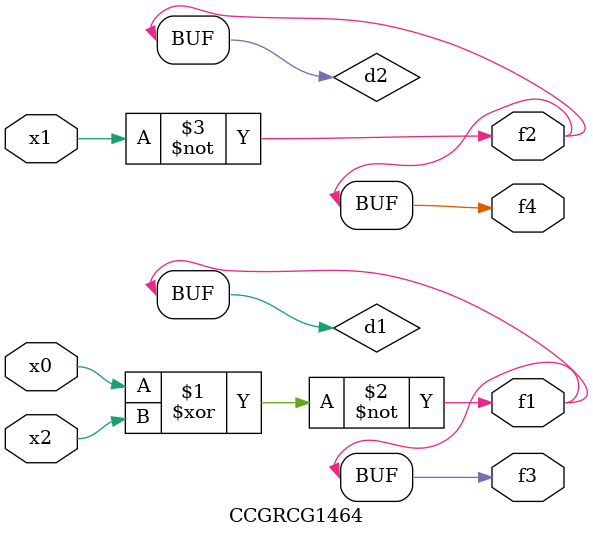
<source format=v>
module CCGRCG1464(
	input x0, x1, x2,
	output f1, f2, f3, f4
);

	wire d1, d2, d3;

	xnor (d1, x0, x2);
	nand (d2, x1);
	nor (d3, x1, x2);
	assign f1 = d1;
	assign f2 = d2;
	assign f3 = d1;
	assign f4 = d2;
endmodule

</source>
